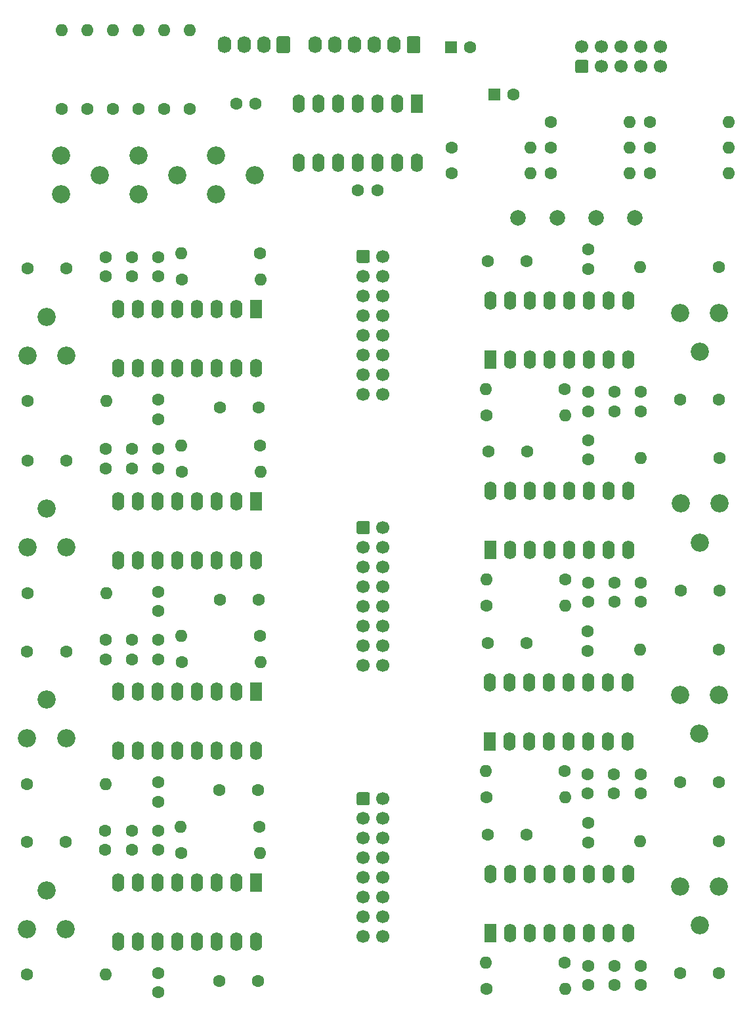
<source format=gbr>
%TF.GenerationSoftware,KiCad,Pcbnew,5.1.12-84ad8e8a86~92~ubuntu21.04.1*%
%TF.CreationDate,2021-11-06T20:53:58+01:00*%
%TF.ProjectId,adsr-3310-8,61647372-2d33-4333-9130-2d382e6b6963,v1.0.0*%
%TF.SameCoordinates,Original*%
%TF.FileFunction,Soldermask,Top*%
%TF.FilePolarity,Negative*%
%FSLAX46Y46*%
G04 Gerber Fmt 4.6, Leading zero omitted, Abs format (unit mm)*
G04 Created by KiCad (PCBNEW 5.1.12-84ad8e8a86~92~ubuntu21.04.1) date 2021-11-06 20:53:58*
%MOMM*%
%LPD*%
G01*
G04 APERTURE LIST*
%ADD10O,1.600000X2.400000*%
%ADD11R,1.600000X2.400000*%
%ADD12C,2.340000*%
%ADD13O,1.600000X1.600000*%
%ADD14C,1.600000*%
%ADD15O,1.740000X2.190000*%
%ADD16C,2.000000*%
%ADD17C,1.700000*%
%ADD18R,1.600000X1.600000*%
G04 APERTURE END LIST*
D10*
%TO.C,U9*%
X96140000Y-183400000D03*
X78360000Y-175780000D03*
X93600000Y-183400000D03*
X80900000Y-175780000D03*
X91060000Y-183400000D03*
X83440000Y-175780000D03*
X88520000Y-183400000D03*
X85980000Y-175780000D03*
X85980000Y-183400000D03*
X88520000Y-175780000D03*
X83440000Y-183400000D03*
X91060000Y-175780000D03*
X80900000Y-183400000D03*
X93600000Y-175780000D03*
X78360000Y-183400000D03*
D11*
X96140000Y-175780000D03*
%TD*%
D10*
%TO.C,U8*%
X126400000Y-174710000D03*
X144180000Y-182330000D03*
X128940000Y-174710000D03*
X141640000Y-182330000D03*
X131480000Y-174710000D03*
X139100000Y-182330000D03*
X134020000Y-174710000D03*
X136560000Y-182330000D03*
X136560000Y-174710000D03*
X134020000Y-182330000D03*
X139100000Y-174710000D03*
X131480000Y-182330000D03*
X141640000Y-174710000D03*
X128940000Y-182330000D03*
X144180000Y-174710000D03*
D11*
X126400000Y-182330000D03*
%TD*%
D10*
%TO.C,U7*%
X96170000Y-158800000D03*
X78390000Y-151180000D03*
X93630000Y-158800000D03*
X80930000Y-151180000D03*
X91090000Y-158800000D03*
X83470000Y-151180000D03*
X88550000Y-158800000D03*
X86010000Y-151180000D03*
X86010000Y-158800000D03*
X88550000Y-151180000D03*
X83470000Y-158800000D03*
X91090000Y-151180000D03*
X80930000Y-158800000D03*
X93630000Y-151180000D03*
X78390000Y-158800000D03*
D11*
X96170000Y-151180000D03*
%TD*%
D10*
%TO.C,U6*%
X126360000Y-149990000D03*
X144140000Y-157610000D03*
X128900000Y-149990000D03*
X141600000Y-157610000D03*
X131440000Y-149990000D03*
X139060000Y-157610000D03*
X133980000Y-149990000D03*
X136520000Y-157610000D03*
X136520000Y-149990000D03*
X133980000Y-157610000D03*
X139060000Y-149990000D03*
X131440000Y-157610000D03*
X141600000Y-149990000D03*
X128900000Y-157610000D03*
X144140000Y-149990000D03*
D11*
X126360000Y-157610000D03*
%TD*%
D10*
%TO.C,U5*%
X96200000Y-134200000D03*
X78420000Y-126580000D03*
X93660000Y-134200000D03*
X80960000Y-126580000D03*
X91120000Y-134200000D03*
X83500000Y-126580000D03*
X88580000Y-134200000D03*
X86040000Y-126580000D03*
X86040000Y-134200000D03*
X88580000Y-126580000D03*
X83500000Y-134200000D03*
X91120000Y-126580000D03*
X80960000Y-134200000D03*
X93660000Y-126580000D03*
X78420000Y-134200000D03*
D11*
X96200000Y-126580000D03*
%TD*%
D10*
%TO.C,U4*%
X126430000Y-125290000D03*
X144210000Y-132910000D03*
X128970000Y-125290000D03*
X141670000Y-132910000D03*
X131510000Y-125290000D03*
X139130000Y-132910000D03*
X134050000Y-125290000D03*
X136590000Y-132910000D03*
X136590000Y-125290000D03*
X134050000Y-132910000D03*
X139130000Y-125290000D03*
X131510000Y-132910000D03*
X141670000Y-125290000D03*
X128970000Y-132910000D03*
X144210000Y-125290000D03*
D11*
X126430000Y-132910000D03*
%TD*%
D10*
%TO.C,U3*%
X96200000Y-109410000D03*
X78420000Y-101790000D03*
X93660000Y-109410000D03*
X80960000Y-101790000D03*
X91120000Y-109410000D03*
X83500000Y-101790000D03*
X88580000Y-109410000D03*
X86040000Y-101790000D03*
X86040000Y-109410000D03*
X88580000Y-101790000D03*
X83500000Y-109410000D03*
X91120000Y-101790000D03*
X80960000Y-109410000D03*
X93660000Y-101790000D03*
X78420000Y-109410000D03*
D11*
X96200000Y-101790000D03*
%TD*%
D12*
%TO.C,RV11*%
X66640000Y-181780000D03*
X69140000Y-176780000D03*
X71640000Y-181780000D03*
%TD*%
%TO.C,RV10*%
X155900000Y-176330000D03*
X153400000Y-181330000D03*
X150900000Y-176330000D03*
%TD*%
%TO.C,RV9*%
X66670000Y-157180000D03*
X69170000Y-152180000D03*
X71670000Y-157180000D03*
%TD*%
%TO.C,RV7*%
X155860000Y-151610000D03*
X153360000Y-156610000D03*
X150860000Y-151610000D03*
%TD*%
%TO.C,RV6*%
X66700000Y-132580001D03*
X69200000Y-127580001D03*
X71700000Y-132580001D03*
%TD*%
%TO.C,RV5*%
X155930000Y-126910000D03*
X153430000Y-131910000D03*
X150930000Y-126910000D03*
%TD*%
%TO.C,RV4*%
X66700000Y-107790000D03*
X69200000Y-102790000D03*
X71700000Y-107790000D03*
%TD*%
D13*
%TO.C,R38*%
X76800000Y-187680000D03*
D14*
X66640000Y-187680000D03*
%TD*%
D13*
%TO.C,R37*%
X96700000Y-171980000D03*
D14*
X86540000Y-171980000D03*
%TD*%
D13*
%TO.C,R36*%
X86480000Y-168580000D03*
D14*
X96640000Y-168580000D03*
%TD*%
D13*
%TO.C,R35*%
X145740000Y-170430000D03*
D14*
X155900000Y-170430000D03*
%TD*%
D13*
%TO.C,R34*%
X125840000Y-186130000D03*
D14*
X136000000Y-186130000D03*
%TD*%
D13*
%TO.C,R33*%
X136060000Y-189530000D03*
D14*
X125900000Y-189530000D03*
%TD*%
D13*
%TO.C,R32*%
X76830000Y-163080000D03*
D14*
X66670000Y-163080000D03*
%TD*%
D13*
%TO.C,R31*%
X96730000Y-147380000D03*
D14*
X86570000Y-147380000D03*
%TD*%
D13*
%TO.C,R30*%
X86510000Y-143980000D03*
D14*
X96670000Y-143980000D03*
%TD*%
D13*
%TO.C,R29*%
X145700000Y-145710000D03*
D14*
X155860000Y-145710000D03*
%TD*%
D13*
%TO.C,R28*%
X125800000Y-161410000D03*
D14*
X135960000Y-161410000D03*
%TD*%
D13*
%TO.C,R27*%
X136020000Y-164810000D03*
D14*
X125860000Y-164810000D03*
%TD*%
D13*
%TO.C,R26*%
X76860000Y-138480001D03*
D14*
X66700000Y-138480001D03*
%TD*%
D13*
%TO.C,R25*%
X96760000Y-122780000D03*
D14*
X86600000Y-122780000D03*
%TD*%
D13*
%TO.C,R24*%
X86540000Y-119380000D03*
D14*
X96700000Y-119380000D03*
%TD*%
D13*
%TO.C,R23*%
X145770000Y-121010000D03*
D14*
X155930000Y-121010000D03*
%TD*%
D13*
%TO.C,R22*%
X125870000Y-136710000D03*
D14*
X136030000Y-136710000D03*
%TD*%
D13*
%TO.C,R18*%
X136090000Y-140110000D03*
D14*
X125930000Y-140110000D03*
%TD*%
D13*
%TO.C,R17*%
X76860000Y-113690000D03*
D14*
X66700000Y-113690000D03*
%TD*%
D13*
%TO.C,R16*%
X96760000Y-97990000D03*
D14*
X86600000Y-97990000D03*
%TD*%
D13*
%TO.C,R15*%
X86540000Y-94590000D03*
D14*
X96700000Y-94590000D03*
%TD*%
%TO.C,C52*%
X83540000Y-187480000D03*
X83540000Y-189980000D03*
%TD*%
%TO.C,C51*%
X83540000Y-171580000D03*
X83540000Y-169080000D03*
%TD*%
%TO.C,C50*%
X96440000Y-188480000D03*
X91440000Y-188480000D03*
%TD*%
%TO.C,C49*%
X71640000Y-170580000D03*
X66640000Y-170580000D03*
%TD*%
%TO.C,C48*%
X76740000Y-171580000D03*
X76740000Y-169080000D03*
%TD*%
%TO.C,C47*%
X80140000Y-169080000D03*
X80140000Y-171580000D03*
%TD*%
%TO.C,C46*%
X139000000Y-170630000D03*
X139000000Y-168130000D03*
%TD*%
%TO.C,C45*%
X139000000Y-186530000D03*
X139000000Y-189030000D03*
%TD*%
%TO.C,C44*%
X126100000Y-169630000D03*
X131100000Y-169630000D03*
%TD*%
%TO.C,C43*%
X150900000Y-187530000D03*
X155900000Y-187530000D03*
%TD*%
%TO.C,C42*%
X145800000Y-186530000D03*
X145800000Y-189030000D03*
%TD*%
%TO.C,C41*%
X142400000Y-189030000D03*
X142400000Y-186530000D03*
%TD*%
%TO.C,C40*%
X83570000Y-162880000D03*
X83570000Y-165380000D03*
%TD*%
%TO.C,C39*%
X83570000Y-146980000D03*
X83570000Y-144480000D03*
%TD*%
%TO.C,C38*%
X96470001Y-163880000D03*
X91470001Y-163880000D03*
%TD*%
%TO.C,C37*%
X71670000Y-145980000D03*
X66670000Y-145980000D03*
%TD*%
%TO.C,C36*%
X76770000Y-146980000D03*
X76770000Y-144480000D03*
%TD*%
%TO.C,C35*%
X80170000Y-144480000D03*
X80170000Y-146980000D03*
%TD*%
%TO.C,C34*%
X138960000Y-145910000D03*
X138960000Y-143410000D03*
%TD*%
%TO.C,C33*%
X138960000Y-161810000D03*
X138960000Y-164310000D03*
%TD*%
%TO.C,C32*%
X126060000Y-144910000D03*
X131060000Y-144910000D03*
%TD*%
%TO.C,C31*%
X150860000Y-162810000D03*
X155860000Y-162810000D03*
%TD*%
%TO.C,C30*%
X145760000Y-161810000D03*
X145760000Y-164310000D03*
%TD*%
%TO.C,C29*%
X142360000Y-164310000D03*
X142360000Y-161810000D03*
%TD*%
%TO.C,C28*%
X83600000Y-138280000D03*
X83600000Y-140780000D03*
%TD*%
%TO.C,C27*%
X83600000Y-122380000D03*
X83600000Y-119880000D03*
%TD*%
%TO.C,C26*%
X96500000Y-139280000D03*
X91500000Y-139280000D03*
%TD*%
%TO.C,C25*%
X71700000Y-121380000D03*
X66700000Y-121380000D03*
%TD*%
%TO.C,C24*%
X76800000Y-122380000D03*
X76800000Y-119880000D03*
%TD*%
%TO.C,C23*%
X80200000Y-119880000D03*
X80200000Y-122380000D03*
%TD*%
%TO.C,C22*%
X139030000Y-121210000D03*
X139030000Y-118710000D03*
%TD*%
%TO.C,C21*%
X139030000Y-137110000D03*
X139030000Y-139610000D03*
%TD*%
%TO.C,C20*%
X126130000Y-120210000D03*
X131130000Y-120210000D03*
%TD*%
%TO.C,C19*%
X150930000Y-138110000D03*
X155930000Y-138110000D03*
%TD*%
%TO.C,C18*%
X145830000Y-137110000D03*
X145830000Y-139610000D03*
%TD*%
%TO.C,C17*%
X142430000Y-139610000D03*
X142430000Y-137110000D03*
%TD*%
%TO.C,C16*%
X83600000Y-113490000D03*
X83600000Y-115990000D03*
%TD*%
%TO.C,C15*%
X83600000Y-97590000D03*
X83600000Y-95090000D03*
%TD*%
%TO.C,C14*%
X96500000Y-114490000D03*
X91500000Y-114490000D03*
%TD*%
%TO.C,C13*%
X71700000Y-96590000D03*
X66700000Y-96590000D03*
%TD*%
%TO.C,C12*%
X76800000Y-97590000D03*
X76800000Y-95090000D03*
%TD*%
%TO.C,C11*%
X80200000Y-95090000D03*
X80200000Y-97590000D03*
%TD*%
%TO.C,C6*%
X145800000Y-112500000D03*
X145800000Y-115000000D03*
%TD*%
%TO.C,C5*%
X142400000Y-115000000D03*
X142400000Y-112500000D03*
%TD*%
D15*
%TO.C,J6*%
X92080000Y-67700000D03*
X94620000Y-67700000D03*
X97160000Y-67700000D03*
G36*
G01*
X100570000Y-66854999D02*
X100570000Y-68545001D01*
G75*
G02*
X100320001Y-68795000I-249999J0D01*
G01*
X99079999Y-68795000D01*
G75*
G02*
X98830000Y-68545001I0J249999D01*
G01*
X98830000Y-66854999D01*
G75*
G02*
X99079999Y-66605000I249999J0D01*
G01*
X100320001Y-66605000D01*
G75*
G02*
X100570000Y-66854999I0J-249999D01*
G01*
G37*
%TD*%
D10*
%TO.C,U2*%
X126400000Y-100680000D03*
X144180000Y-108300000D03*
X128940000Y-100680000D03*
X141640000Y-108300000D03*
X131480000Y-100680000D03*
X139100000Y-108300000D03*
X134020000Y-100680000D03*
X136560000Y-108300000D03*
X136560000Y-100680000D03*
X134020000Y-108300000D03*
X139100000Y-100680000D03*
X131480000Y-108300000D03*
X141640000Y-100680000D03*
X128940000Y-108300000D03*
X144180000Y-100680000D03*
D11*
X126400000Y-108300000D03*
%TD*%
D10*
%TO.C,U1*%
X116900000Y-82920000D03*
X101660000Y-75300000D03*
X114360000Y-82920000D03*
X104200000Y-75300000D03*
X111820000Y-82920000D03*
X106740000Y-75300000D03*
X109280000Y-82920000D03*
X109280000Y-75300000D03*
X106740000Y-82920000D03*
X111820000Y-75300000D03*
X104200000Y-82920000D03*
X114360000Y-75300000D03*
X101660000Y-82920000D03*
D11*
X116900000Y-75300000D03*
%TD*%
D16*
%TO.C,TP3*%
X140000000Y-90000000D03*
%TD*%
%TO.C,TP4*%
X145000000Y-90000000D03*
%TD*%
%TO.C,TP2*%
X135000000Y-90000000D03*
%TD*%
%TO.C,TP1*%
X130000000Y-90000000D03*
%TD*%
D12*
%TO.C,RV8*%
X155900000Y-102300000D03*
X153400000Y-107300000D03*
X150900000Y-102300000D03*
%TD*%
%TO.C,RV3*%
X91000000Y-82000000D03*
X96000000Y-84500000D03*
X91000000Y-87000000D03*
%TD*%
%TO.C,RV2*%
X81000000Y-82000000D03*
X86000000Y-84500000D03*
X81000000Y-87000000D03*
%TD*%
%TO.C,RV1*%
X71000000Y-82000000D03*
X76000000Y-84500000D03*
X71000000Y-87000000D03*
%TD*%
D13*
%TO.C,R21*%
X145740000Y-96400000D03*
D14*
X155900000Y-96400000D03*
%TD*%
D13*
%TO.C,R20*%
X125840000Y-112100000D03*
D14*
X136000000Y-112100000D03*
%TD*%
D13*
%TO.C,R19*%
X136060000Y-115500000D03*
D14*
X125900000Y-115500000D03*
%TD*%
D13*
%TO.C,R14*%
X144360000Y-77700000D03*
D14*
X134200000Y-77700000D03*
%TD*%
D13*
%TO.C,R13*%
X157160000Y-77700000D03*
D14*
X147000000Y-77700000D03*
%TD*%
D13*
%TO.C,R12*%
X157160000Y-84300000D03*
D14*
X147000000Y-84300000D03*
%TD*%
D13*
%TO.C,R11*%
X144360000Y-84300000D03*
D14*
X134200000Y-84300000D03*
%TD*%
D13*
%TO.C,R10*%
X131560000Y-84300000D03*
D14*
X121400000Y-84300000D03*
%TD*%
D13*
%TO.C,R9*%
X157160000Y-81000000D03*
D14*
X147000000Y-81000000D03*
%TD*%
D13*
%TO.C,R8*%
X144360000Y-81000000D03*
D14*
X134200000Y-81000000D03*
%TD*%
D13*
%TO.C,R7*%
X131560000Y-81000000D03*
D14*
X121400000Y-81000000D03*
%TD*%
D13*
%TO.C,R6*%
X87600000Y-65840000D03*
D14*
X87600000Y-76000000D03*
%TD*%
D13*
%TO.C,R5*%
X81000000Y-65840000D03*
D14*
X81000000Y-76000000D03*
%TD*%
D13*
%TO.C,R4*%
X74400000Y-65840000D03*
D14*
X74400000Y-76000000D03*
%TD*%
D13*
%TO.C,R3*%
X84300000Y-65840000D03*
D14*
X84300000Y-76000000D03*
%TD*%
D13*
%TO.C,R2*%
X77700000Y-65840000D03*
D14*
X77700000Y-76000000D03*
%TD*%
D13*
%TO.C,R1*%
X71100000Y-65840000D03*
D14*
X71100000Y-76000000D03*
%TD*%
D17*
%TO.C,J5*%
X112540000Y-182780000D03*
X112540000Y-180240000D03*
X112540000Y-177700000D03*
X112540000Y-175160000D03*
X112540000Y-172620000D03*
X112540000Y-170080000D03*
X112540000Y-167540000D03*
X112540000Y-165000000D03*
X110000000Y-182780000D03*
X110000000Y-180240000D03*
X110000000Y-177700000D03*
X110000000Y-175160000D03*
X110000000Y-172620000D03*
X110000000Y-170080000D03*
X110000000Y-167540000D03*
G36*
G01*
X109150000Y-165600000D02*
X109150000Y-164400000D01*
G75*
G02*
X109400000Y-164150000I250000J0D01*
G01*
X110600000Y-164150000D01*
G75*
G02*
X110850000Y-164400000I0J-250000D01*
G01*
X110850000Y-165600000D01*
G75*
G02*
X110600000Y-165850000I-250000J0D01*
G01*
X109400000Y-165850000D01*
G75*
G02*
X109150000Y-165600000I0J250000D01*
G01*
G37*
%TD*%
%TO.C,J4*%
X112540000Y-147780000D03*
X112540000Y-145240000D03*
X112540000Y-142700000D03*
X112540000Y-140160000D03*
X112540000Y-137620000D03*
X112540000Y-135080000D03*
X112540000Y-132540000D03*
X112540000Y-130000000D03*
X110000000Y-147780000D03*
X110000000Y-145240000D03*
X110000000Y-142700000D03*
X110000000Y-140160000D03*
X110000000Y-137620000D03*
X110000000Y-135080000D03*
X110000000Y-132540000D03*
G36*
G01*
X109150000Y-130600000D02*
X109150000Y-129400000D01*
G75*
G02*
X109400000Y-129150000I250000J0D01*
G01*
X110600000Y-129150000D01*
G75*
G02*
X110850000Y-129400000I0J-250000D01*
G01*
X110850000Y-130600000D01*
G75*
G02*
X110600000Y-130850000I-250000J0D01*
G01*
X109400000Y-130850000D01*
G75*
G02*
X109150000Y-130600000I0J250000D01*
G01*
G37*
%TD*%
%TO.C,J3*%
X112540000Y-112780000D03*
X112540000Y-110240000D03*
X112540000Y-107700000D03*
X112540000Y-105160000D03*
X112540000Y-102620000D03*
X112540000Y-100080000D03*
X112540000Y-97540000D03*
X112540000Y-95000000D03*
X110000000Y-112780000D03*
X110000000Y-110240000D03*
X110000000Y-107700000D03*
X110000000Y-105160000D03*
X110000000Y-102620000D03*
X110000000Y-100080000D03*
X110000000Y-97540000D03*
G36*
G01*
X109150000Y-95600000D02*
X109150000Y-94400000D01*
G75*
G02*
X109400000Y-94150000I250000J0D01*
G01*
X110600000Y-94150000D01*
G75*
G02*
X110850000Y-94400000I0J-250000D01*
G01*
X110850000Y-95600000D01*
G75*
G02*
X110600000Y-95850000I-250000J0D01*
G01*
X109400000Y-95850000D01*
G75*
G02*
X109150000Y-95600000I0J250000D01*
G01*
G37*
%TD*%
%TO.C,J2*%
X148360000Y-67960000D03*
X145820000Y-67960000D03*
X143280000Y-67960000D03*
X140740000Y-67960000D03*
X138200000Y-67960000D03*
X148360000Y-70500000D03*
X145820000Y-70500000D03*
X143280000Y-70500000D03*
X140740000Y-70500000D03*
G36*
G01*
X138800000Y-71350000D02*
X137600000Y-71350000D01*
G75*
G02*
X137350000Y-71100000I0J250000D01*
G01*
X137350000Y-69900000D01*
G75*
G02*
X137600000Y-69650000I250000J0D01*
G01*
X138800000Y-69650000D01*
G75*
G02*
X139050000Y-69900000I0J-250000D01*
G01*
X139050000Y-71100000D01*
G75*
G02*
X138800000Y-71350000I-250000J0D01*
G01*
G37*
%TD*%
D15*
%TO.C,J1*%
X103800000Y-67700000D03*
X106340000Y-67700000D03*
X108880000Y-67700000D03*
X111420000Y-67700000D03*
X113960000Y-67700000D03*
G36*
G01*
X117370000Y-66854999D02*
X117370000Y-68545001D01*
G75*
G02*
X117120001Y-68795000I-249999J0D01*
G01*
X115879999Y-68795000D01*
G75*
G02*
X115630000Y-68545001I0J249999D01*
G01*
X115630000Y-66854999D01*
G75*
G02*
X115879999Y-66605000I249999J0D01*
G01*
X117120001Y-66605000D01*
G75*
G02*
X117370000Y-66854999I0J-249999D01*
G01*
G37*
%TD*%
D14*
%TO.C,C10*%
X139000000Y-112500000D03*
X139000000Y-115000000D03*
%TD*%
%TO.C,C9*%
X139000000Y-96600000D03*
X139000000Y-94100000D03*
%TD*%
%TO.C,C8*%
X126100000Y-95600000D03*
X131100000Y-95600000D03*
%TD*%
%TO.C,C7*%
X150900000Y-113500000D03*
X155900000Y-113500000D03*
%TD*%
%TO.C,C4*%
X109300000Y-86500000D03*
X111800000Y-86500000D03*
%TD*%
%TO.C,C3*%
X96100000Y-75300000D03*
X93600000Y-75300000D03*
%TD*%
%TO.C,C2*%
X129400000Y-74100000D03*
D18*
X126900000Y-74100000D03*
%TD*%
D14*
%TO.C,C1*%
X123800000Y-68000000D03*
D18*
X121300000Y-68000000D03*
%TD*%
M02*

</source>
